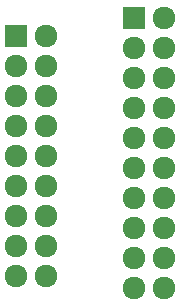
<source format=gbr>
G04 #@! TF.FileFunction,Soldermask,Top*
%FSLAX46Y46*%
G04 Gerber Fmt 4.6, Leading zero omitted, Abs format (unit mm)*
G04 Created by KiCad (PCBNEW 4.0.4+e1-6308~48~ubuntu14.04.1-stable) date Wed Oct 26 00:03:54 2016*
%MOMM*%
%LPD*%
G01*
G04 APERTURE LIST*
%ADD10C,0.100000*%
%ADD11R,1.927200X1.927200*%
%ADD12O,1.927200X1.927200*%
G04 APERTURE END LIST*
D10*
D11*
X115000000Y-104300000D03*
D12*
X117540000Y-104300000D03*
X115000000Y-106840000D03*
X117540000Y-106840000D03*
X115000000Y-109380000D03*
X117540000Y-109380000D03*
X115000000Y-111920000D03*
X117540000Y-111920000D03*
X115000000Y-114460000D03*
X117540000Y-114460000D03*
X115000000Y-117000000D03*
X117540000Y-117000000D03*
X115000000Y-119540000D03*
X117540000Y-119540000D03*
X115000000Y-122080000D03*
X117540000Y-122080000D03*
X115000000Y-124620000D03*
X117540000Y-124620000D03*
D11*
X125000000Y-102840000D03*
D12*
X127540000Y-102840000D03*
X125000000Y-105380000D03*
X127540000Y-105380000D03*
X125000000Y-107920000D03*
X127540000Y-107920000D03*
X125000000Y-110460000D03*
X127540000Y-110460000D03*
X125000000Y-113000000D03*
X127540000Y-113000000D03*
X125000000Y-115540000D03*
X127540000Y-115540000D03*
X125000000Y-118080000D03*
X127540000Y-118080000D03*
X125000000Y-120620000D03*
X127540000Y-120620000D03*
X125000000Y-123160000D03*
X127540000Y-123160000D03*
X125000000Y-125700000D03*
X127540000Y-125700000D03*
M02*

</source>
